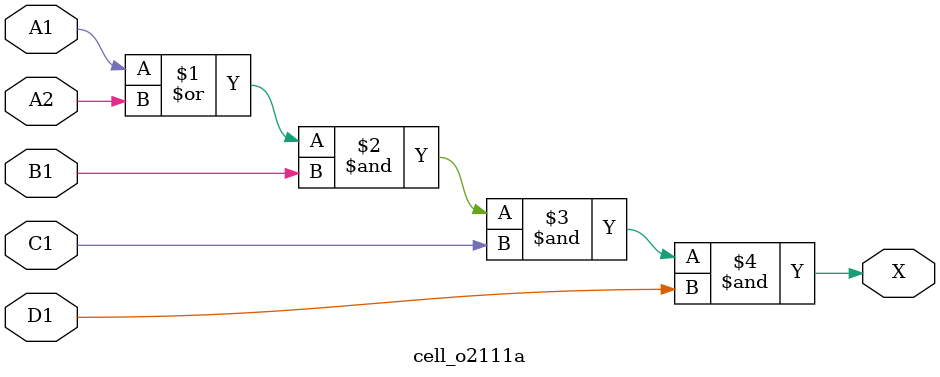
<source format=v>
`timescale 1ps/1ps
module cell_o2111a
(
    input wire A1,
    input wire A2,
    input wire B1,
    input wire C1,
    input wire D1,
    output wire X
);
    assign X = ((A1 | A2) & B1 & C1 & D1);
endmodule

</source>
